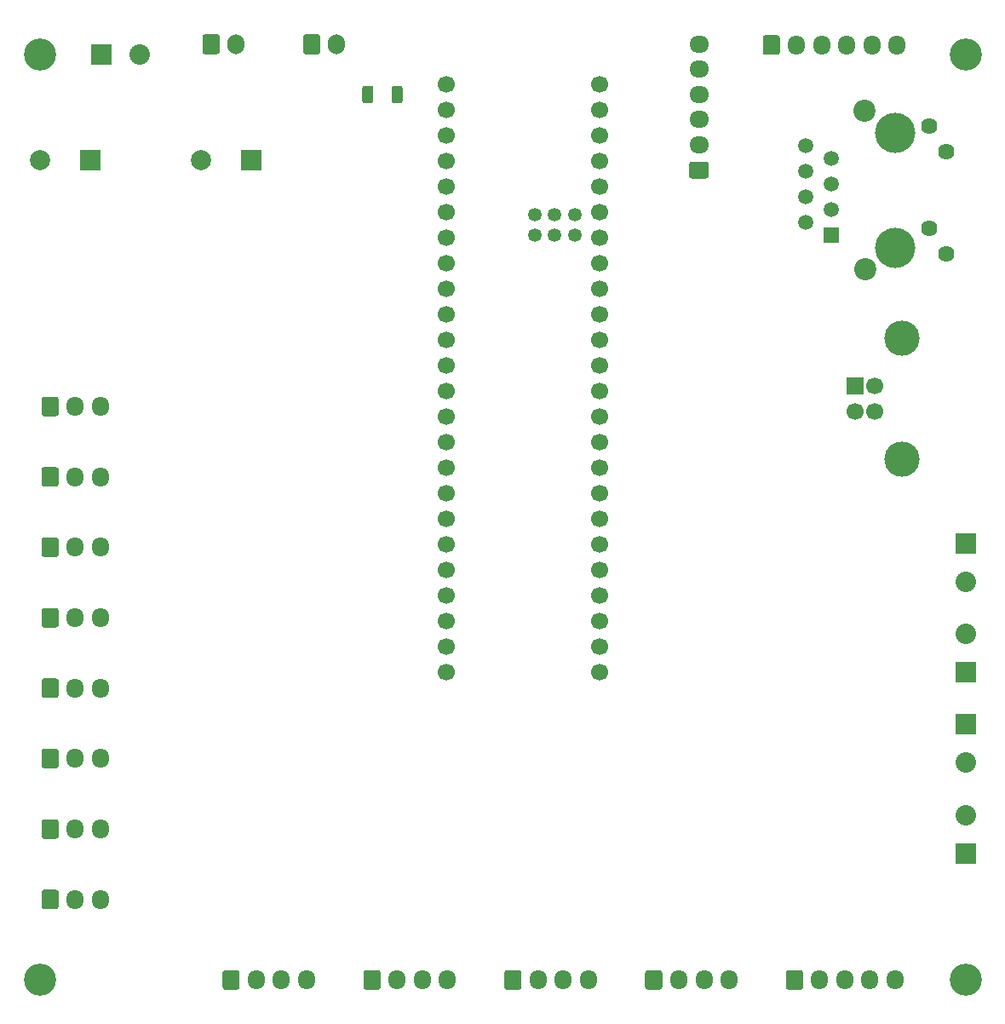
<source format=gbs>
G04 #@! TF.GenerationSoftware,KiCad,Pcbnew,5.1.10-88a1d61d58~90~ubuntu20.04.1*
G04 #@! TF.CreationDate,2021-11-01T21:41:42-04:00*
G04 #@! TF.ProjectId,control,636f6e74-726f-46c2-9e6b-696361645f70,rev?*
G04 #@! TF.SameCoordinates,Original*
G04 #@! TF.FileFunction,Soldermask,Bot*
G04 #@! TF.FilePolarity,Negative*
%FSLAX46Y46*%
G04 Gerber Fmt 4.6, Leading zero omitted, Abs format (unit mm)*
G04 Created by KiCad (PCBNEW 5.1.10-88a1d61d58~90~ubuntu20.04.1) date 2021-11-01 21:41:42*
%MOMM*%
%LPD*%
G01*
G04 APERTURE LIST*
%ADD10C,1.500000*%
%ADD11R,1.500000X1.500000*%
%ADD12C,1.620000*%
%ADD13C,2.200000*%
%ADD14C,4.000000*%
%ADD15O,1.950000X1.700000*%
%ADD16C,1.350000*%
%ADD17C,1.700000*%
%ADD18C,2.032000*%
%ADD19R,2.032000X2.032000*%
%ADD20C,3.200000*%
%ADD21O,1.700000X1.950000*%
%ADD22C,3.500000*%
%ADD23R,1.700000X1.700000*%
%ADD24O,1.700000X2.000000*%
%ADD25C,2.000000*%
%ADD26R,2.000000X2.000000*%
G04 APERTURE END LIST*
D10*
X100110000Y-33055000D03*
X100110000Y-35595000D03*
X100110000Y-38135000D03*
X100110000Y-40675000D03*
X102650000Y-34325000D03*
X102650000Y-36865000D03*
X102650000Y-39405000D03*
D11*
X102650000Y-41945000D03*
D12*
X114080000Y-43825000D03*
X112380000Y-31175000D03*
X114080000Y-33715000D03*
X112380000Y-41285000D03*
D13*
X106000000Y-45375000D03*
X105950000Y-29625000D03*
D14*
X109000000Y-31785000D03*
X109000000Y-43215000D03*
D15*
X89500000Y-23000000D03*
X89500000Y-25500000D03*
X89500000Y-28000000D03*
X89500000Y-30500000D03*
X89500000Y-33000000D03*
G36*
G01*
X90225000Y-36350000D02*
X88775000Y-36350000D01*
G75*
G02*
X88525000Y-36100000I0J250000D01*
G01*
X88525000Y-34900000D01*
G75*
G02*
X88775000Y-34650000I250000J0D01*
G01*
X90225000Y-34650000D01*
G75*
G02*
X90475000Y-34900000I0J-250000D01*
G01*
X90475000Y-36100000D01*
G75*
G02*
X90225000Y-36350000I-250000J0D01*
G01*
G37*
D16*
X73170000Y-41970000D03*
X75170000Y-41970000D03*
X77170000Y-41970000D03*
X73170000Y-39970000D03*
X75170000Y-39970000D03*
X77170000Y-39970000D03*
D17*
X79620000Y-27000000D03*
X79620000Y-29540000D03*
X79620000Y-32080000D03*
X79620000Y-34620000D03*
X79620000Y-37160000D03*
X79620000Y-39700000D03*
X79620000Y-42240000D03*
X79620000Y-44780000D03*
X79620000Y-47320000D03*
X79620000Y-49860000D03*
X79620000Y-52400000D03*
X79620000Y-54940000D03*
X79620000Y-57480000D03*
X79620000Y-60020000D03*
X79620000Y-62560000D03*
X79620000Y-65100000D03*
X79620000Y-67640000D03*
X79620000Y-70180000D03*
X79620000Y-72720000D03*
X79620000Y-75260000D03*
X79620000Y-77800000D03*
X79620000Y-80340000D03*
X79620000Y-82880000D03*
X79620000Y-85420000D03*
X64380000Y-85420000D03*
X64380000Y-82880000D03*
X64380000Y-80340000D03*
X64380000Y-77800000D03*
X64380000Y-75260000D03*
X64380000Y-72720000D03*
X64380000Y-70180000D03*
X64380000Y-67640000D03*
X64380000Y-65100000D03*
X64380000Y-62560000D03*
X64380000Y-60020000D03*
X64380000Y-57480000D03*
X64380000Y-54940000D03*
X64380000Y-52400000D03*
X64380000Y-49860000D03*
X64380000Y-47320000D03*
X64380000Y-44780000D03*
X64380000Y-42240000D03*
X64380000Y-39700000D03*
X64380000Y-37160000D03*
X64380000Y-34620000D03*
X64380000Y-32080000D03*
X64380000Y-29540000D03*
X64380000Y-27000000D03*
D18*
X116000000Y-94405000D03*
D19*
X116000000Y-90595000D03*
D18*
X116000000Y-99595000D03*
D19*
X116000000Y-103405000D03*
D18*
X116000000Y-76405000D03*
D19*
X116000000Y-72595000D03*
D18*
X116000000Y-81595000D03*
D19*
X116000000Y-85405000D03*
D20*
X116000000Y-24000000D03*
X116000000Y-116000000D03*
X24000000Y-116000000D03*
X24000000Y-24000000D03*
G36*
G01*
X58937500Y-28625001D02*
X58937500Y-27374999D01*
G75*
G02*
X59187499Y-27125000I249999J0D01*
G01*
X59812501Y-27125000D01*
G75*
G02*
X60062500Y-27374999I0J-249999D01*
G01*
X60062500Y-28625001D01*
G75*
G02*
X59812501Y-28875000I-249999J0D01*
G01*
X59187499Y-28875000D01*
G75*
G02*
X58937500Y-28625001I0J249999D01*
G01*
G37*
G36*
G01*
X56012500Y-28625001D02*
X56012500Y-27374999D01*
G75*
G02*
X56262499Y-27125000I249999J0D01*
G01*
X56887501Y-27125000D01*
G75*
G02*
X57137500Y-27374999I0J-249999D01*
G01*
X57137500Y-28625001D01*
G75*
G02*
X56887501Y-28875000I-249999J0D01*
G01*
X56262499Y-28875000D01*
G75*
G02*
X56012500Y-28625001I0J249999D01*
G01*
G37*
D21*
X109195354Y-23090000D03*
X106695354Y-23090000D03*
X104195354Y-23090000D03*
X101695354Y-23090000D03*
X99195354Y-23090000D03*
G36*
G01*
X95845354Y-23815000D02*
X95845354Y-22365000D01*
G75*
G02*
X96095354Y-22115000I250000J0D01*
G01*
X97295354Y-22115000D01*
G75*
G02*
X97545354Y-22365000I0J-250000D01*
G01*
X97545354Y-23815000D01*
G75*
G02*
X97295354Y-24065000I-250000J0D01*
G01*
X96095354Y-24065000D01*
G75*
G02*
X95845354Y-23815000I0J250000D01*
G01*
G37*
D22*
X109710000Y-64270000D03*
X109710000Y-52230000D03*
D17*
X107000000Y-57000000D03*
X107000000Y-59500000D03*
X105000000Y-59500000D03*
D23*
X105000000Y-57000000D03*
D21*
X109000000Y-116000000D03*
X106500000Y-116000000D03*
X104000000Y-116000000D03*
X101500000Y-116000000D03*
G36*
G01*
X98150000Y-116725000D02*
X98150000Y-115275000D01*
G75*
G02*
X98400000Y-115025000I250000J0D01*
G01*
X99600000Y-115025000D01*
G75*
G02*
X99850000Y-115275000I0J-250000D01*
G01*
X99850000Y-116725000D01*
G75*
G02*
X99600000Y-116975000I-250000J0D01*
G01*
X98400000Y-116975000D01*
G75*
G02*
X98150000Y-116725000I0J250000D01*
G01*
G37*
X92500000Y-116000000D03*
X90000000Y-116000000D03*
X87500000Y-116000000D03*
G36*
G01*
X84150000Y-116725000D02*
X84150000Y-115275000D01*
G75*
G02*
X84400000Y-115025000I250000J0D01*
G01*
X85600000Y-115025000D01*
G75*
G02*
X85850000Y-115275000I0J-250000D01*
G01*
X85850000Y-116725000D01*
G75*
G02*
X85600000Y-116975000I-250000J0D01*
G01*
X84400000Y-116975000D01*
G75*
G02*
X84150000Y-116725000I0J250000D01*
G01*
G37*
X78500000Y-116000000D03*
X76000000Y-116000000D03*
X73500000Y-116000000D03*
G36*
G01*
X70150000Y-116725000D02*
X70150000Y-115275000D01*
G75*
G02*
X70400000Y-115025000I250000J0D01*
G01*
X71600000Y-115025000D01*
G75*
G02*
X71850000Y-115275000I0J-250000D01*
G01*
X71850000Y-116725000D01*
G75*
G02*
X71600000Y-116975000I-250000J0D01*
G01*
X70400000Y-116975000D01*
G75*
G02*
X70150000Y-116725000I0J250000D01*
G01*
G37*
X64500000Y-116000000D03*
X62000000Y-116000000D03*
X59500000Y-116000000D03*
G36*
G01*
X56150000Y-116725000D02*
X56150000Y-115275000D01*
G75*
G02*
X56400000Y-115025000I250000J0D01*
G01*
X57600000Y-115025000D01*
G75*
G02*
X57850000Y-115275000I0J-250000D01*
G01*
X57850000Y-116725000D01*
G75*
G02*
X57600000Y-116975000I-250000J0D01*
G01*
X56400000Y-116975000D01*
G75*
G02*
X56150000Y-116725000I0J250000D01*
G01*
G37*
X50500000Y-116000000D03*
X48000000Y-116000000D03*
X45500000Y-116000000D03*
G36*
G01*
X42150000Y-116725000D02*
X42150000Y-115275000D01*
G75*
G02*
X42400000Y-115025000I250000J0D01*
G01*
X43600000Y-115025000D01*
G75*
G02*
X43850000Y-115275000I0J-250000D01*
G01*
X43850000Y-116725000D01*
G75*
G02*
X43600000Y-116975000I-250000J0D01*
G01*
X42400000Y-116975000D01*
G75*
G02*
X42150000Y-116725000I0J250000D01*
G01*
G37*
X30000000Y-108000000D03*
X27500000Y-108000000D03*
G36*
G01*
X24150000Y-108725000D02*
X24150000Y-107275000D01*
G75*
G02*
X24400000Y-107025000I250000J0D01*
G01*
X25600000Y-107025000D01*
G75*
G02*
X25850000Y-107275000I0J-250000D01*
G01*
X25850000Y-108725000D01*
G75*
G02*
X25600000Y-108975000I-250000J0D01*
G01*
X24400000Y-108975000D01*
G75*
G02*
X24150000Y-108725000I0J250000D01*
G01*
G37*
X30000000Y-94000000D03*
X27500000Y-94000000D03*
G36*
G01*
X24150000Y-94725000D02*
X24150000Y-93275000D01*
G75*
G02*
X24400000Y-93025000I250000J0D01*
G01*
X25600000Y-93025000D01*
G75*
G02*
X25850000Y-93275000I0J-250000D01*
G01*
X25850000Y-94725000D01*
G75*
G02*
X25600000Y-94975000I-250000J0D01*
G01*
X24400000Y-94975000D01*
G75*
G02*
X24150000Y-94725000I0J250000D01*
G01*
G37*
X30000000Y-80000000D03*
X27500000Y-80000000D03*
G36*
G01*
X24150000Y-80725000D02*
X24150000Y-79275000D01*
G75*
G02*
X24400000Y-79025000I250000J0D01*
G01*
X25600000Y-79025000D01*
G75*
G02*
X25850000Y-79275000I0J-250000D01*
G01*
X25850000Y-80725000D01*
G75*
G02*
X25600000Y-80975000I-250000J0D01*
G01*
X24400000Y-80975000D01*
G75*
G02*
X24150000Y-80725000I0J250000D01*
G01*
G37*
X30000000Y-66000000D03*
X27500000Y-66000000D03*
G36*
G01*
X24150000Y-66725000D02*
X24150000Y-65275000D01*
G75*
G02*
X24400000Y-65025000I250000J0D01*
G01*
X25600000Y-65025000D01*
G75*
G02*
X25850000Y-65275000I0J-250000D01*
G01*
X25850000Y-66725000D01*
G75*
G02*
X25600000Y-66975000I-250000J0D01*
G01*
X24400000Y-66975000D01*
G75*
G02*
X24150000Y-66725000I0J250000D01*
G01*
G37*
X30000000Y-101000000D03*
X27500000Y-101000000D03*
G36*
G01*
X24150000Y-101725000D02*
X24150000Y-100275000D01*
G75*
G02*
X24400000Y-100025000I250000J0D01*
G01*
X25600000Y-100025000D01*
G75*
G02*
X25850000Y-100275000I0J-250000D01*
G01*
X25850000Y-101725000D01*
G75*
G02*
X25600000Y-101975000I-250000J0D01*
G01*
X24400000Y-101975000D01*
G75*
G02*
X24150000Y-101725000I0J250000D01*
G01*
G37*
X30000000Y-87000000D03*
X27500000Y-87000000D03*
G36*
G01*
X24150000Y-87725000D02*
X24150000Y-86275000D01*
G75*
G02*
X24400000Y-86025000I250000J0D01*
G01*
X25600000Y-86025000D01*
G75*
G02*
X25850000Y-86275000I0J-250000D01*
G01*
X25850000Y-87725000D01*
G75*
G02*
X25600000Y-87975000I-250000J0D01*
G01*
X24400000Y-87975000D01*
G75*
G02*
X24150000Y-87725000I0J250000D01*
G01*
G37*
X30000000Y-73000000D03*
X27500000Y-73000000D03*
G36*
G01*
X24150000Y-73725000D02*
X24150000Y-72275000D01*
G75*
G02*
X24400000Y-72025000I250000J0D01*
G01*
X25600000Y-72025000D01*
G75*
G02*
X25850000Y-72275000I0J-250000D01*
G01*
X25850000Y-73725000D01*
G75*
G02*
X25600000Y-73975000I-250000J0D01*
G01*
X24400000Y-73975000D01*
G75*
G02*
X24150000Y-73725000I0J250000D01*
G01*
G37*
X30000000Y-59000000D03*
X27500000Y-59000000D03*
G36*
G01*
X24150000Y-59725000D02*
X24150000Y-58275000D01*
G75*
G02*
X24400000Y-58025000I250000J0D01*
G01*
X25600000Y-58025000D01*
G75*
G02*
X25850000Y-58275000I0J-250000D01*
G01*
X25850000Y-59725000D01*
G75*
G02*
X25600000Y-59975000I-250000J0D01*
G01*
X24400000Y-59975000D01*
G75*
G02*
X24150000Y-59725000I0J250000D01*
G01*
G37*
D24*
X53500000Y-23000000D03*
G36*
G01*
X50150000Y-23750000D02*
X50150000Y-22250000D01*
G75*
G02*
X50400000Y-22000000I250000J0D01*
G01*
X51600000Y-22000000D01*
G75*
G02*
X51850000Y-22250000I0J-250000D01*
G01*
X51850000Y-23750000D01*
G75*
G02*
X51600000Y-24000000I-250000J0D01*
G01*
X50400000Y-24000000D01*
G75*
G02*
X50150000Y-23750000I0J250000D01*
G01*
G37*
X43500000Y-23000000D03*
G36*
G01*
X40150000Y-23750000D02*
X40150000Y-22250000D01*
G75*
G02*
X40400000Y-22000000I250000J0D01*
G01*
X41600000Y-22000000D01*
G75*
G02*
X41850000Y-22250000I0J-250000D01*
G01*
X41850000Y-23750000D01*
G75*
G02*
X41600000Y-24000000I-250000J0D01*
G01*
X40400000Y-24000000D01*
G75*
G02*
X40150000Y-23750000I0J250000D01*
G01*
G37*
D18*
X33905000Y-24000000D03*
D19*
X30095000Y-24000000D03*
D25*
X40000000Y-34500000D03*
D26*
X45000000Y-34500000D03*
D25*
X24000000Y-34500000D03*
D26*
X29000000Y-34500000D03*
M02*

</source>
